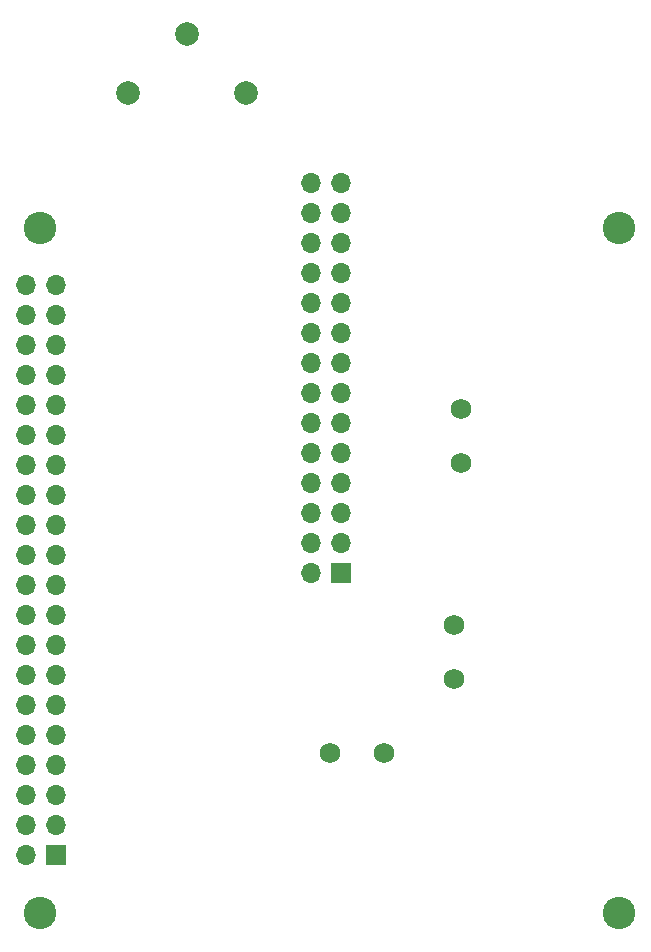
<source format=gbr>
%TF.GenerationSoftware,KiCad,Pcbnew,5.1.12-84ad8e8a86~92~ubuntu18.04.1*%
%TF.CreationDate,2022-01-27T22:07:28+11:00*%
%TF.ProjectId,bbb,6262622e-6b69-4636-9164-5f7063625858,rev?*%
%TF.SameCoordinates,Original*%
%TF.FileFunction,Soldermask,Bot*%
%TF.FilePolarity,Negative*%
%FSLAX46Y46*%
G04 Gerber Fmt 4.6, Leading zero omitted, Abs format (unit mm)*
G04 Created by KiCad (PCBNEW 5.1.12-84ad8e8a86~92~ubuntu18.04.1) date 2022-01-27 22:07:28*
%MOMM*%
%LPD*%
G01*
G04 APERTURE LIST*
%ADD10C,1.727200*%
%ADD11C,2.006600*%
%ADD12C,2.750000*%
%ADD13O,1.700000X1.700000*%
%ADD14R,1.700000X1.700000*%
G04 APERTURE END LIST*
D10*
%TO.C,L3*%
X140741400Y-126250700D03*
X145313400Y-126250700D03*
%TD*%
%TO.C,L1*%
X151841200Y-101714300D03*
X151841200Y-97142300D03*
%TD*%
%TO.C,L2*%
X151231600Y-120002300D03*
X151231600Y-115430300D03*
%TD*%
D11*
%TO.C,J3*%
X128629400Y-65415800D03*
X133629400Y-70415800D03*
X123629400Y-70415800D03*
%TD*%
D12*
%TO.C,RP?*%
X116205000Y-139832900D03*
X116205000Y-81832900D03*
X165205000Y-139832900D03*
X165205000Y-81832900D03*
%TD*%
D13*
%TO.C,J2*%
X114947700Y-86690200D03*
X117487700Y-86690200D03*
X114947700Y-89230200D03*
X117487700Y-89230200D03*
X114947700Y-91770200D03*
X117487700Y-91770200D03*
X114947700Y-94310200D03*
X117487700Y-94310200D03*
X114947700Y-96850200D03*
X117487700Y-96850200D03*
X114947700Y-99390200D03*
X117487700Y-99390200D03*
X114947700Y-101930200D03*
X117487700Y-101930200D03*
X114947700Y-104470200D03*
X117487700Y-104470200D03*
X114947700Y-107010200D03*
X117487700Y-107010200D03*
X114947700Y-109550200D03*
X117487700Y-109550200D03*
X114947700Y-112090200D03*
X117487700Y-112090200D03*
X114947700Y-114630200D03*
X117487700Y-114630200D03*
X114947700Y-117170200D03*
X117487700Y-117170200D03*
X114947700Y-119710200D03*
X117487700Y-119710200D03*
X114947700Y-122250200D03*
X117487700Y-122250200D03*
X114947700Y-124790200D03*
X117487700Y-124790200D03*
X114947700Y-127330200D03*
X117487700Y-127330200D03*
X114947700Y-129870200D03*
X117487700Y-129870200D03*
X114947700Y-132410200D03*
X117487700Y-132410200D03*
X114947700Y-134950200D03*
D14*
X117487700Y-134950200D03*
%TD*%
%TO.C,J1*%
X141630400Y-111048800D03*
D13*
X139090400Y-111048800D03*
X141630400Y-108508800D03*
X139090400Y-108508800D03*
X141630400Y-105968800D03*
X139090400Y-105968800D03*
X141630400Y-103428800D03*
X139090400Y-103428800D03*
X141630400Y-100888800D03*
X139090400Y-100888800D03*
X141630400Y-98348800D03*
X139090400Y-98348800D03*
X141630400Y-95808800D03*
X139090400Y-95808800D03*
X141630400Y-93268800D03*
X139090400Y-93268800D03*
X141630400Y-90728800D03*
X139090400Y-90728800D03*
X141630400Y-88188800D03*
X139090400Y-88188800D03*
X141630400Y-85648800D03*
X139090400Y-85648800D03*
X141630400Y-83108800D03*
X139090400Y-83108800D03*
X141630400Y-80568800D03*
X139090400Y-80568800D03*
X141630400Y-78028800D03*
X139090400Y-78028800D03*
%TD*%
M02*

</source>
